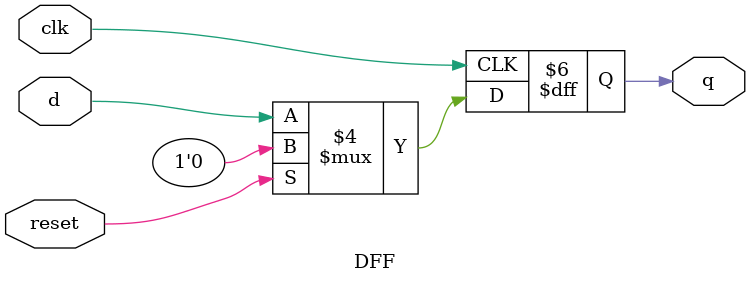
<source format=sv>
module DFF (clk, reset, d, q);
	input logic clk, reset;
	input logic d;

	output logic q;

	always @(posedge clk) begin
		if (reset == 1'b1)
			q <= 1'b0;
		else
			q <= d;
	end
	
endmodule

</source>
